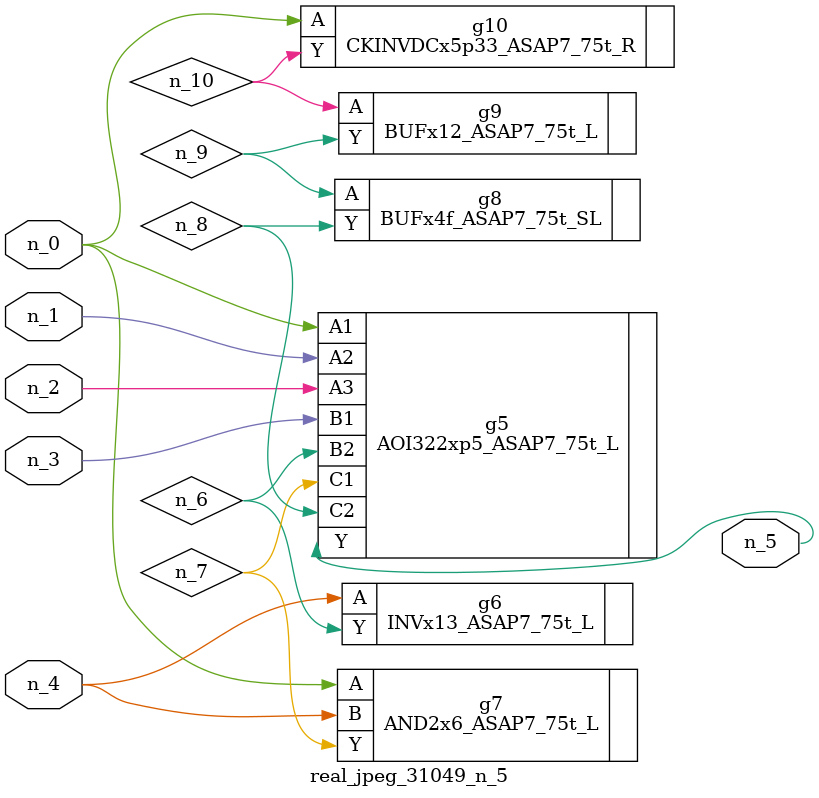
<source format=v>
module real_jpeg_31049_n_5 (n_4, n_0, n_1, n_2, n_3, n_5);

input n_4;
input n_0;
input n_1;
input n_2;
input n_3;

output n_5;

wire n_8;
wire n_6;
wire n_7;
wire n_10;
wire n_9;

AOI322xp5_ASAP7_75t_L g5 ( 
.A1(n_0),
.A2(n_1),
.A3(n_2),
.B1(n_3),
.B2(n_6),
.C1(n_7),
.C2(n_8),
.Y(n_5)
);

AND2x6_ASAP7_75t_L g7 ( 
.A(n_0),
.B(n_4),
.Y(n_7)
);

CKINVDCx5p33_ASAP7_75t_R g10 ( 
.A(n_0),
.Y(n_10)
);

INVx13_ASAP7_75t_L g6 ( 
.A(n_4),
.Y(n_6)
);

BUFx4f_ASAP7_75t_SL g8 ( 
.A(n_9),
.Y(n_8)
);

BUFx12_ASAP7_75t_L g9 ( 
.A(n_10),
.Y(n_9)
);


endmodule
</source>
